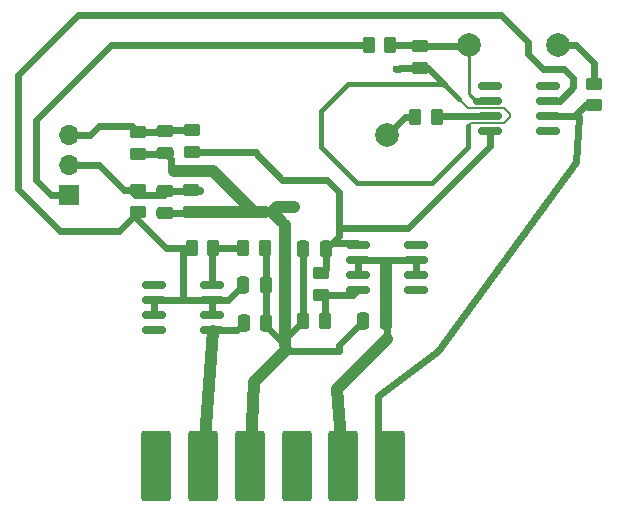
<source format=gbr>
%TF.GenerationSoftware,KiCad,Pcbnew,(6.0.10)*%
%TF.CreationDate,2023-04-30T22:13:56+02:00*%
%TF.ProjectId,616_buffer,3631365f-6275-4666-9665-722e6b696361,rev?*%
%TF.SameCoordinates,Original*%
%TF.FileFunction,Copper,L1,Top*%
%TF.FilePolarity,Positive*%
%FSLAX46Y46*%
G04 Gerber Fmt 4.6, Leading zero omitted, Abs format (unit mm)*
G04 Created by KiCad (PCBNEW (6.0.10)) date 2023-04-30 22:13:56*
%MOMM*%
%LPD*%
G01*
G04 APERTURE LIST*
G04 Aperture macros list*
%AMRoundRect*
0 Rectangle with rounded corners*
0 $1 Rounding radius*
0 $2 $3 $4 $5 $6 $7 $8 $9 X,Y pos of 4 corners*
0 Add a 4 corners polygon primitive as box body*
4,1,4,$2,$3,$4,$5,$6,$7,$8,$9,$2,$3,0*
0 Add four circle primitives for the rounded corners*
1,1,$1+$1,$2,$3*
1,1,$1+$1,$4,$5*
1,1,$1+$1,$6,$7*
1,1,$1+$1,$8,$9*
0 Add four rect primitives between the rounded corners*
20,1,$1+$1,$2,$3,$4,$5,0*
20,1,$1+$1,$4,$5,$6,$7,0*
20,1,$1+$1,$6,$7,$8,$9,0*
20,1,$1+$1,$8,$9,$2,$3,0*%
G04 Aperture macros list end*
%TA.AperFunction,SMDPad,CuDef*%
%ADD10RoundRect,0.250000X0.450000X-0.262500X0.450000X0.262500X-0.450000X0.262500X-0.450000X-0.262500X0*%
%TD*%
%TA.AperFunction,SMDPad,CuDef*%
%ADD11RoundRect,0.250000X-0.262500X-0.450000X0.262500X-0.450000X0.262500X0.450000X-0.262500X0.450000X0*%
%TD*%
%TA.AperFunction,SMDPad,CuDef*%
%ADD12RoundRect,0.250000X0.250000X0.475000X-0.250000X0.475000X-0.250000X-0.475000X0.250000X-0.475000X0*%
%TD*%
%TA.AperFunction,SMDPad,CuDef*%
%ADD13RoundRect,0.250000X-0.450000X0.262500X-0.450000X-0.262500X0.450000X-0.262500X0.450000X0.262500X0*%
%TD*%
%TA.AperFunction,SMDPad,CuDef*%
%ADD14RoundRect,0.250000X-0.475000X0.250000X-0.475000X-0.250000X0.475000X-0.250000X0.475000X0.250000X0*%
%TD*%
%TA.AperFunction,SMDPad,CuDef*%
%ADD15RoundRect,0.150000X-0.825000X-0.150000X0.825000X-0.150000X0.825000X0.150000X-0.825000X0.150000X0*%
%TD*%
%TA.AperFunction,SMDPad,CuDef*%
%ADD16RoundRect,0.250000X0.475000X-0.250000X0.475000X0.250000X-0.475000X0.250000X-0.475000X-0.250000X0*%
%TD*%
%TA.AperFunction,SMDPad,CuDef*%
%ADD17RoundRect,0.250000X0.262500X0.450000X-0.262500X0.450000X-0.262500X-0.450000X0.262500X-0.450000X0*%
%TD*%
%TA.AperFunction,SMDPad,CuDef*%
%ADD18C,2.000000*%
%TD*%
%TA.AperFunction,SMDPad,CuDef*%
%ADD19RoundRect,0.254065X0.995935X2.745935X-0.995935X2.745935X-0.995935X-2.745935X0.995935X-2.745935X0*%
%TD*%
%TA.AperFunction,ComponentPad*%
%ADD20R,1.700000X1.700000*%
%TD*%
%TA.AperFunction,ComponentPad*%
%ADD21O,1.700000X1.700000*%
%TD*%
%TA.AperFunction,SMDPad,CuDef*%
%ADD22RoundRect,0.150000X0.825000X0.150000X-0.825000X0.150000X-0.825000X-0.150000X0.825000X-0.150000X0*%
%TD*%
%TA.AperFunction,ComponentPad*%
%ADD23C,2.000000*%
%TD*%
%TA.AperFunction,ViaPad*%
%ADD24C,1.000000*%
%TD*%
%TA.AperFunction,ViaPad*%
%ADD25C,0.600000*%
%TD*%
%TA.AperFunction,Conductor*%
%ADD26C,1.000000*%
%TD*%
%TA.AperFunction,Conductor*%
%ADD27C,0.600000*%
%TD*%
%TA.AperFunction,Conductor*%
%ADD28C,0.400000*%
%TD*%
%TA.AperFunction,Conductor*%
%ADD29C,0.200000*%
%TD*%
%TA.AperFunction,Conductor*%
%ADD30C,0.250000*%
%TD*%
G04 APERTURE END LIST*
D10*
%TO.P,R5,1*%
%TO.N,/C*%
X144526000Y-111148500D03*
%TO.P,R5,2*%
%TO.N,Net-(C5-Pad2)*%
X144526000Y-109323500D03*
%TD*%
D11*
%TO.P,R3,1*%
%TO.N,Net-(J1-Pad1)*%
X140161000Y-109220000D03*
%TO.P,R3,2*%
%TO.N,Net-(C5-Pad2)*%
X141986000Y-109220000D03*
%TD*%
D12*
%TO.P,C2,1*%
%TO.N,Net-(C2-Pad1)*%
X141600000Y-132588000D03*
%TO.P,C2,2*%
%TO.N,/C*%
X139700000Y-132588000D03*
%TD*%
D13*
%TO.P,R1,1*%
%TO.N,Net-(C6-Pad2)*%
X120650000Y-121515500D03*
%TO.P,R1,2*%
%TO.N,Net-(C3-Pad2)*%
X120650000Y-123340500D03*
%TD*%
D14*
%TO.P,C7,1*%
%TO.N,Net-(C7-Pad1)*%
X122936000Y-116464000D03*
%TO.P,C7,2*%
%TO.N,/C*%
X122936000Y-118364000D03*
%TD*%
D10*
%TO.P,R6,1*%
%TO.N,Net-(J2-Pad1)*%
X159258000Y-114300000D03*
%TO.P,R6,2*%
%TO.N,Net-(C5-Pad1)*%
X159258000Y-112475000D03*
%TD*%
D13*
%TO.P,R12,1*%
%TO.N,Net-(C7-Pad1)*%
X120650000Y-116586000D03*
%TO.P,R12,2*%
%TO.N,/C*%
X120650000Y-118411000D03*
%TD*%
D15*
%TO.P,U3,1,BAL*%
%TO.N,unconnected-(U3-Pad1)*%
X150433000Y-112649000D03*
%TO.P,U3,2,-*%
%TO.N,Net-(C5-Pad2)*%
X150433000Y-113919000D03*
%TO.P,U3,3,+*%
%TO.N,Net-(R4-Pad2)*%
X150433000Y-115189000D03*
%TO.P,U3,4,V-*%
%TO.N,Net-(C4-Pad1)*%
X150433000Y-116459000D03*
%TO.P,U3,5,COMP*%
%TO.N,unconnected-(U3-Pad5)*%
X155383000Y-116459000D03*
%TO.P,U3,6*%
%TO.N,Net-(J2-Pad1)*%
X155383000Y-115189000D03*
%TO.P,U3,7,V+*%
%TO.N,Net-(C3-Pad2)*%
X155383000Y-113919000D03*
%TO.P,U3,8,C/B*%
%TO.N,unconnected-(U3-Pad8)*%
X155383000Y-112649000D03*
%TD*%
D13*
%TO.P,R10,1*%
%TO.N,Net-(C4-Pad1)*%
X136144000Y-128524000D03*
%TO.P,R10,2*%
%TO.N,Net-(R10-Pad2)*%
X136144000Y-130349000D03*
%TD*%
D16*
%TO.P,C6,1*%
%TO.N,/C*%
X122936000Y-123444000D03*
%TO.P,C6,2*%
%TO.N,Net-(C6-Pad2)*%
X122936000Y-121544000D03*
%TD*%
D17*
%TO.P,R8,1*%
%TO.N,/C*%
X131365000Y-126365000D03*
%TO.P,R8,2*%
%TO.N,Net-(R7-Pad1)*%
X129540000Y-126365000D03*
%TD*%
D18*
%TO.P,J3,1,Pin_1*%
%TO.N,Net-(J3-Pad1)*%
X141732000Y-116840000D03*
%TD*%
D17*
%TO.P,R7,1*%
%TO.N,Net-(R7-Pad1)*%
X127000000Y-126365000D03*
%TO.P,R7,2*%
%TO.N,Net-(C3-Pad2)*%
X125175000Y-126365000D03*
%TD*%
D11*
%TO.P,R4,2*%
%TO.N,Net-(R4-Pad2)*%
X145946500Y-115316000D03*
%TO.P,R4,1*%
%TO.N,Net-(J3-Pad1)*%
X144121500Y-115316000D03*
%TD*%
D12*
%TO.P,C3,1*%
%TO.N,/C*%
X131445000Y-129540000D03*
%TO.P,C3,2*%
%TO.N,Net-(C3-Pad2)*%
X129545000Y-129540000D03*
%TD*%
%TO.P,C1,1*%
%TO.N,/C*%
X131491252Y-132753748D03*
%TO.P,C1,2*%
%TO.N,Net-(C1-Pad2)*%
X129591252Y-132753748D03*
%TD*%
D19*
%TO.P,J2,1,Pin_1*%
%TO.N,Net-(J2-Pad1)*%
X141980000Y-144880000D03*
%TO.P,J2,2,Pin_2*%
%TO.N,Net-(C2-Pad1)*%
X138020000Y-144880000D03*
%TO.P,J2,3,Pin_3*%
%TO.N,unconnected-(J2-Pad3)*%
X134060000Y-144880000D03*
%TO.P,J2,4,Pin_4*%
%TO.N,/C*%
X130100000Y-144880000D03*
%TO.P,J2,5,Pin_5*%
%TO.N,Net-(C1-Pad2)*%
X126140000Y-144880000D03*
%TO.P,J2,6,Pin_6*%
%TO.N,unconnected-(J2-Pad6)*%
X122180000Y-144880000D03*
%TD*%
D10*
%TO.P,R2,1*%
%TO.N,Net-(C4-Pad1)*%
X125222000Y-118260500D03*
%TO.P,R2,2*%
%TO.N,Net-(C7-Pad1)*%
X125222000Y-116435500D03*
%TD*%
D15*
%TO.P,U2,1,VO*%
%TO.N,Net-(C4-Pad1)*%
X139257000Y-126111000D03*
%TO.P,U2,2,VI*%
%TO.N,Net-(C2-Pad1)*%
X139257000Y-127381000D03*
%TO.P,U2,3,VI*%
X139257000Y-128651000D03*
%TO.P,U2,4,ADJ*%
%TO.N,Net-(R10-Pad2)*%
X139257000Y-129921000D03*
%TO.P,U2,5,NC*%
%TO.N,unconnected-(U2-Pad5)*%
X144207000Y-129921000D03*
%TO.P,U2,6,VI*%
%TO.N,Net-(C2-Pad1)*%
X144207000Y-128651000D03*
%TO.P,U2,7,VI*%
X144207000Y-127381000D03*
%TO.P,U2,8,NC*%
%TO.N,unconnected-(U2-Pad8)*%
X144207000Y-126111000D03*
%TD*%
D20*
%TO.P,J1,1,Pin_1*%
%TO.N,Net-(J1-Pad1)*%
X114808000Y-121920000D03*
D21*
%TO.P,J1,2,Pin_2*%
%TO.N,Net-(C6-Pad2)*%
X114808000Y-119380000D03*
%TO.P,J1,3,Pin_3*%
%TO.N,Net-(C7-Pad1)*%
X114808000Y-116840000D03*
%TD*%
D10*
%TO.P,R11,1*%
%TO.N,/C*%
X125105000Y-123340500D03*
%TO.P,R11,2*%
%TO.N,Net-(C6-Pad2)*%
X125105000Y-121515500D03*
%TD*%
D17*
%TO.P,R9,1*%
%TO.N,Net-(R10-Pad2)*%
X136445000Y-132588000D03*
%TO.P,R9,2*%
%TO.N,/C*%
X134620000Y-132588000D03*
%TD*%
D22*
%TO.P,U1,1,VI*%
%TO.N,Net-(C1-Pad2)*%
X126935000Y-133350000D03*
%TO.P,U1,2,VO*%
%TO.N,Net-(C3-Pad2)*%
X126935000Y-132080000D03*
%TO.P,U1,3,VO*%
X126935000Y-130810000D03*
%TO.P,U1,4,ADJ*%
%TO.N,Net-(R7-Pad1)*%
X126935000Y-129540000D03*
%TO.P,U1,5,NC*%
%TO.N,unconnected-(U1-Pad5)*%
X121985000Y-129540000D03*
%TO.P,U1,6,VO*%
%TO.N,Net-(C3-Pad2)*%
X121985000Y-130810000D03*
%TO.P,U1,7,VO*%
X121985000Y-132080000D03*
%TO.P,U1,8,NC*%
%TO.N,unconnected-(U1-Pad8)*%
X121985000Y-133350000D03*
%TD*%
D12*
%TO.P,C4,1*%
%TO.N,Net-(C4-Pad1)*%
X136520000Y-126492000D03*
%TO.P,C4,2*%
%TO.N,/C*%
X134620000Y-126492000D03*
%TD*%
D23*
%TO.P,C5,1*%
%TO.N,Net-(C5-Pad1)*%
X156150000Y-109220000D03*
%TO.P,C5,2*%
%TO.N,Net-(C5-Pad2)*%
X148650000Y-109220000D03*
%TD*%
D24*
%TO.N,/C*%
X133858000Y-122936000D03*
D25*
X142494000Y-111252000D03*
%TD*%
D26*
%TO.N,/C*%
X133350000Y-122936000D02*
X133858000Y-122936000D01*
X132381000Y-122936000D02*
X133350000Y-122936000D01*
X131976500Y-123340500D02*
X132381000Y-122936000D01*
D27*
X142748000Y-111252000D02*
X142494000Y-111252000D01*
X142851500Y-111148500D02*
X142748000Y-111252000D01*
X144526000Y-111148500D02*
X142851500Y-111148500D01*
X145184500Y-111148500D02*
X146558000Y-112522000D01*
X144526000Y-111148500D02*
X145184500Y-111148500D01*
%TO.N,Net-(C5-Pad2)*%
X148546500Y-109323500D02*
X148650000Y-109220000D01*
X144526000Y-109323500D02*
X148546500Y-109323500D01*
X144422500Y-109220000D02*
X144526000Y-109323500D01*
X141986000Y-109220000D02*
X144422500Y-109220000D01*
%TO.N,Net-(J1-Pad1)*%
X118364000Y-109220000D02*
X140161000Y-109220000D01*
X112014000Y-115570000D02*
X118364000Y-109220000D01*
D28*
%TO.N,/C*%
X146558000Y-112522000D02*
X147828000Y-113792000D01*
X136144000Y-117856000D02*
X136144000Y-114808000D01*
X136144000Y-114808000D02*
X138430000Y-112522000D01*
X138430000Y-112522000D02*
X146558000Y-112522000D01*
X139192000Y-120904000D02*
X136144000Y-117856000D01*
D27*
%TO.N,Net-(J3-Pad1)*%
X143256000Y-115316000D02*
X141732000Y-116840000D01*
%TO.N,Net-(R4-Pad2)*%
X146073500Y-115189000D02*
X145946500Y-115316000D01*
X150433000Y-115189000D02*
X146073500Y-115189000D01*
%TO.N,Net-(J3-Pad1)*%
X144121500Y-115316000D02*
X143256000Y-115316000D01*
D29*
%TO.N,/C*%
X148590000Y-114554000D02*
X147828000Y-113792000D01*
X151638000Y-114554000D02*
X148590000Y-114554000D01*
X152146000Y-115062000D02*
X151638000Y-114554000D01*
X152146000Y-115316000D02*
X152146000Y-115062000D01*
D30*
%TO.N,Net-(C5-Pad2)*%
X148650000Y-113344000D02*
X148650000Y-109220000D01*
X149225000Y-113919000D02*
X148650000Y-113344000D01*
D27*
%TO.N,/C*%
X131491252Y-132753748D02*
X131491252Y-133015252D01*
D26*
X123698000Y-119888000D02*
X127000000Y-119888000D01*
D27*
X133096000Y-124460000D02*
X132715000Y-124079000D01*
X120650000Y-118411000D02*
X122889000Y-118411000D01*
X133096000Y-134112000D02*
X133096000Y-134620000D01*
X131491252Y-133015252D02*
X133096000Y-134620000D01*
X131445000Y-126445000D02*
X131365000Y-126365000D01*
D26*
X127000000Y-119888000D02*
X130452500Y-123340500D01*
D27*
X131491252Y-132753748D02*
X131491252Y-129586252D01*
D26*
X130100000Y-144880000D02*
X130480000Y-137744000D01*
D27*
X137668000Y-135128000D02*
X133604000Y-135128000D01*
D29*
X148844000Y-115824000D02*
X148590000Y-116078000D01*
D27*
X125763500Y-123444000D02*
X125867000Y-123340500D01*
D28*
X148590000Y-116078000D02*
X148590000Y-117856000D01*
D27*
X134620000Y-132588000D02*
X133096000Y-134112000D01*
X122936000Y-118364000D02*
X123444000Y-118872000D01*
D26*
X125867000Y-123340500D02*
X131421500Y-123340500D01*
D27*
X123210000Y-123444000D02*
X125763500Y-123444000D01*
X133096000Y-135128000D02*
X133096000Y-134620000D01*
X122889000Y-118411000D02*
X122936000Y-118364000D01*
D29*
X152146000Y-115316000D02*
X151638000Y-115824000D01*
D27*
X130452500Y-123340500D02*
X131421500Y-123340500D01*
X134620000Y-129540000D02*
X134620000Y-126492000D01*
%TO.N,Net-(C5-Pad2)*%
X150433000Y-113919000D02*
X149225000Y-113919000D01*
%TO.N,/C*%
X137668000Y-134620000D02*
X137668000Y-135128000D01*
D26*
X133096000Y-134620000D02*
X133096000Y-124460000D01*
D27*
X133604000Y-135128000D02*
X133096000Y-134620000D01*
X123444000Y-118872000D02*
X123444000Y-119634000D01*
D28*
X148590000Y-117856000D02*
X145542000Y-120904000D01*
D29*
X151638000Y-115824000D02*
X148844000Y-115824000D01*
D27*
X134620000Y-132588000D02*
X134620000Y-129540000D01*
X131491252Y-129586252D02*
X131445000Y-129540000D01*
D28*
X145542000Y-120904000D02*
X139192000Y-120904000D01*
D26*
X130480000Y-137744000D02*
X133096000Y-135128000D01*
D27*
X123444000Y-119634000D02*
X123698000Y-119888000D01*
X131445000Y-129540000D02*
X131445000Y-126445000D01*
D26*
X132715000Y-124079000D02*
X131976500Y-123340500D01*
D27*
X139700000Y-132588000D02*
X137668000Y-134620000D01*
%TO.N,Net-(C1-Pad2)*%
X126980000Y-133395000D02*
X126935000Y-133350000D01*
D26*
X126140000Y-144880000D02*
X126980000Y-133395000D01*
D27*
X128995000Y-133350000D02*
X129591252Y-132753748D01*
X126935000Y-133350000D02*
X128995000Y-133350000D01*
D26*
%TO.N,Net-(C2-Pad1)*%
X137480000Y-138364000D02*
X141732000Y-134112000D01*
D27*
X141732000Y-132720000D02*
X141600000Y-132588000D01*
X144207000Y-127381000D02*
X144207000Y-128651000D01*
X141351000Y-127381000D02*
X144207000Y-127381000D01*
X141732000Y-134112000D02*
X141732000Y-132720000D01*
X139257000Y-127381000D02*
X141351000Y-127381000D01*
D26*
X141600000Y-132588000D02*
X141600000Y-127630000D01*
X138020000Y-144880000D02*
X137480000Y-138364000D01*
D27*
X141600000Y-127630000D02*
X141351000Y-127381000D01*
X139257000Y-128651000D02*
X139257000Y-127381000D01*
%TO.N,Net-(C3-Pad2)*%
X156718000Y-111252000D02*
X157480000Y-112014000D01*
X128275000Y-130810000D02*
X129545000Y-129540000D01*
X154940000Y-111252000D02*
X156718000Y-111252000D01*
X115570000Y-106680000D02*
X151384000Y-106680000D01*
X110490000Y-121412000D02*
X114046000Y-124968000D01*
X126935000Y-130810000D02*
X126935000Y-132080000D01*
X114046000Y-124968000D02*
X119022500Y-124968000D01*
X151384000Y-106680000D02*
X153670000Y-108966000D01*
X123016000Y-126365000D02*
X120396000Y-123745000D01*
X125175000Y-126365000D02*
X124587000Y-126365000D01*
X121985000Y-132080000D02*
X121985000Y-130810000D01*
X125175000Y-126365000D02*
X123016000Y-126365000D01*
X119022500Y-124968000D02*
X120650000Y-123340500D01*
X153670000Y-108966000D02*
X153670000Y-109982000D01*
X156337000Y-113919000D02*
X157480000Y-112776000D01*
X126935000Y-130810000D02*
X128275000Y-130810000D01*
X153670000Y-109982000D02*
X154940000Y-111252000D01*
X110490000Y-111760000D02*
X110490000Y-121412000D01*
X124587000Y-126365000D02*
X124460000Y-126492000D01*
X121985000Y-130810000D02*
X126935000Y-130810000D01*
X110490000Y-111760000D02*
X115570000Y-106680000D01*
X155383000Y-113919000D02*
X156337000Y-113919000D01*
X157480000Y-112776000D02*
X157480000Y-112014000D01*
X124460000Y-126492000D02*
X124460000Y-130556000D01*
%TO.N,Net-(C4-Pad1)*%
X150433000Y-117791000D02*
X143510000Y-124714000D01*
X136652000Y-120650000D02*
X137668000Y-121666000D01*
X132842000Y-120650000D02*
X136652000Y-120650000D01*
X137028000Y-125984000D02*
X139130000Y-125984000D01*
X137668000Y-121666000D02*
X137668000Y-124714000D01*
X137668000Y-124714000D02*
X137668000Y-125344000D01*
X150433000Y-116459000D02*
X150433000Y-117791000D01*
X130584500Y-118260500D02*
X130584500Y-118392500D01*
X125222000Y-118260500D02*
X130584500Y-118260500D01*
X130584500Y-118392500D02*
X132842000Y-120650000D01*
X143510000Y-124714000D02*
X137668000Y-124714000D01*
X136520000Y-126492000D02*
X137028000Y-125984000D01*
X136520000Y-126492000D02*
X136520000Y-128148000D01*
X139130000Y-125984000D02*
X139257000Y-126111000D01*
X137668000Y-125344000D02*
X136520000Y-126492000D01*
X136520000Y-128148000D02*
X136144000Y-128524000D01*
%TO.N,Net-(C5-Pad1)*%
X159258000Y-110744000D02*
X157734000Y-109220000D01*
X159258000Y-112475000D02*
X159258000Y-110744000D01*
X157734000Y-109220000D02*
X156150000Y-109220000D01*
%TO.N,Net-(C6-Pad2)*%
X120396000Y-121920000D02*
X122834000Y-121920000D01*
X119483500Y-121515500D02*
X120650000Y-121515500D01*
X123210000Y-121544000D02*
X125838500Y-121544000D01*
X125838500Y-121544000D02*
X125867000Y-121515500D01*
X122834000Y-121920000D02*
X123210000Y-121544000D01*
X117348000Y-119380000D02*
X119483500Y-121515500D01*
X114808000Y-119380000D02*
X117348000Y-119380000D01*
%TO.N,Net-(C7-Pad1)*%
X117348000Y-116078000D02*
X120142000Y-116078000D01*
X122814000Y-116586000D02*
X122936000Y-116464000D01*
X122964500Y-116435500D02*
X122936000Y-116464000D01*
X120650000Y-116586000D02*
X122814000Y-116586000D01*
X120142000Y-116078000D02*
X120650000Y-116586000D01*
X114808000Y-116840000D02*
X116586000Y-116840000D01*
X125222000Y-116435500D02*
X122964500Y-116435500D01*
X116586000Y-116840000D02*
X117348000Y-116078000D01*
%TO.N,Net-(J1-Pad1)*%
X112014000Y-120650000D02*
X113284000Y-121920000D01*
X113284000Y-121920000D02*
X114808000Y-121920000D01*
X112014000Y-115570000D02*
X112014000Y-120650000D01*
%TO.N,Net-(J2-Pad1)*%
X157734000Y-119126000D02*
X146050000Y-135128000D01*
X157861000Y-115189000D02*
X157988000Y-115316000D01*
X158496000Y-114300000D02*
X157607000Y-115189000D01*
X140970000Y-138938000D02*
X140980000Y-144880000D01*
X155383000Y-115189000D02*
X157861000Y-115189000D01*
X146050000Y-135128000D02*
X140970000Y-138938000D01*
X157607000Y-115189000D02*
X155383000Y-115189000D01*
X157988000Y-115316000D02*
X157734000Y-119126000D01*
%TO.N,Net-(R7-Pad1)*%
X126935000Y-126430000D02*
X127000000Y-126365000D01*
X126935000Y-129540000D02*
X126935000Y-126430000D01*
X127000000Y-126365000D02*
X129540000Y-126365000D01*
%TO.N,Net-(R10-Pad2)*%
X138829000Y-130349000D02*
X139257000Y-129921000D01*
X136445000Y-130650000D02*
X136144000Y-130349000D01*
X136144000Y-130349000D02*
X138829000Y-130349000D01*
X136445000Y-132588000D02*
X136445000Y-130650000D01*
%TD*%
M02*

</source>
